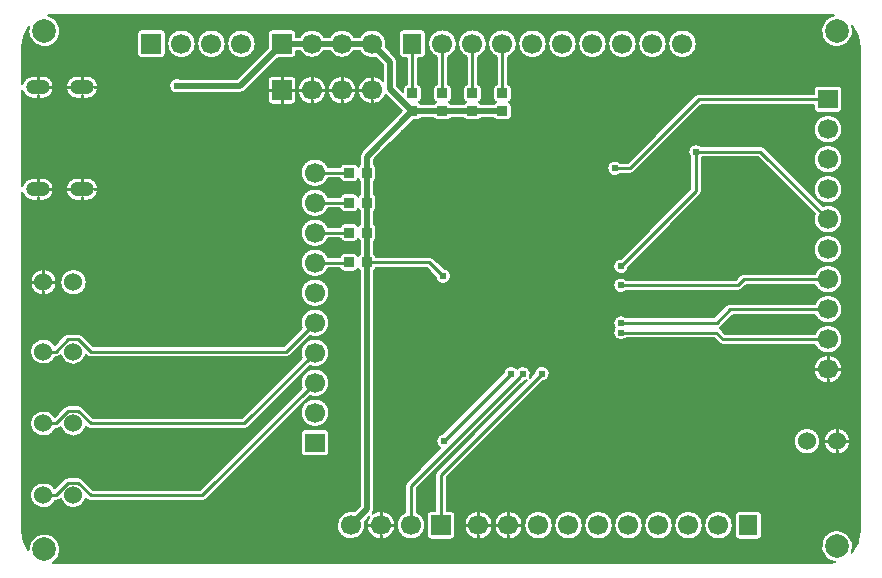
<source format=gbl>
G04 Layer: BottomLayer*
G04 EasyEDA Pro v2.2.27.1, 2024-09-16 12:01:29*
G04 Gerber Generator version 0.3*
G04 Scale: 100 percent, Rotated: No, Reflected: No*
G04 Dimensions in millimeters*
G04 Leading zeros omitted, absolute positions, 3 integers and 5 decimals*
%FSLAX35Y35*%
%MOMM*%
%ADD10C,0.2032*%
%ADD11C,0.254*%
%ADD12C,1.7*%
%ADD13R,1.7X1.5748*%
%ADD14R,1.5748X1.7*%
%ADD15R,1.7X1.5748*%
%ADD16R,1.5748X1.7*%
%ADD17R,1.7070X1.7*%
%ADD18R,1.7X1.7*%
%ADD19O,2.0X1.25001*%
%ADD20R,1.7X1.7*%
%ADD21R,0.80648X0.86401*%
%ADD22R,0.86401X0.80648*%
%ADD23C,1.524*%
%ADD24C,0.61*%
%ADD25C,2.0*%
%ADD26C,0.5*%
G75*


G04 Copper Start*
G36*
G01X54864Y-1488342D02*
G01X54864Y-683358D01*
G03X148645Y-752161I93781J29512D01*
G01X223643Y-752161D01*
G03X223643Y-555532I0J98315D01*
G01X148645Y-555532D01*
G03X54864Y-624335I0J-98315D01*
G01X54864Y-306349D01*
G02X112231Y-141972I264185J0D01*
G03X312709Y-295789I130569J-37377D01*
G03X271189Y-46535I-69909J116440D01*
G02X319049Y-42164I47861J-259814D01*
G01X6881851Y-42164D01*
G02X6927123Y-46072I0J-264185D01*
G03X6886693Y-297737I26127J-133277D01*
G03X7080695Y-132410I66557J118387D01*
G02X7146036Y-306349I-198844J-173940D01*
G01X7146036Y-4418051D01*
G02X7077075Y-4596044I-264185J0D01*
G03X6884734Y-4422985I-123825J55794D01*
G03X6941059Y-4675516I68516J-117265D01*
G02X6881851Y-4682236I-59208J257465D01*
G01X319049Y-4682236D01*
G02X315056Y-4682206I0J264185D01*
G03X304619Y-4446279I-72256J114998D01*
G03X107270Y-4575985I-61819J-120929D01*
G02X54864Y-4418051I211779J157935D01*
G01X54864Y-1547365D01*
G03X148645Y-1616168I93781J29512D01*
G01X223643Y-1616168D01*
G03X223643Y-1419539I0J98315D01*
G01X148645Y-1419539D01*
G03X54864Y-1488342I0J-98315D01*
G37*
%LPC*%
G36*
G01X654805Y-2844250D02*
G01X564914Y-2754360D01*
G03X530609Y-2740150I-34305J-34305D01*
G01X444370Y-2740150D01*
G03X410065Y-2754360I0J-48514D01*
G01X329447Y-2834978D01*
G03X121599Y-2898033I-95958J-57787D01*
G03X334453Y-2941278I111890J5269D01*
G01X340270Y-2941278D01*
G03X374574Y-2927069I0J48514D01*
G01X379419Y-2922224D01*
G03X487490Y-3004778I108071J29460D01*
G03X595560Y-2922224I0J112014D01*
G01X600405Y-2927069D01*
G03X634709Y-2941278I34305J34305D01*
G01X2288836Y-2941278D01*
G03X2323140Y-2927069I0J48514D01*
G01X2489717Y-2760493D01*
G03X2619078Y-2562522I43933J112543D01*
G03X2421107Y-2691883I-85428J-85428D01*
G01X2268740Y-2844250D01*
G01X654805Y-2844250D01*
G37*
G36*
G01X1561055Y-4059936D02*
G01X654805Y-4059936D01*
G01X564914Y-3970045D01*
G03X530609Y-3955836I-34305J-34305D01*
G01X444370Y-3955836D01*
G03X410065Y-3970045I0J-48514D01*
G01X329447Y-4050663D01*
G03X121599Y-4113719I-95958J-57787D01*
G03X334453Y-4156964I111890J5269D01*
G01X340270Y-4156964D01*
G03X374574Y-4142755I0J48514D01*
G01X379419Y-4137910D01*
G03X487490Y-4220464I108071J29460D01*
G03X595560Y-4137910I0J112014D01*
G01X600405Y-4142755D01*
G03X634709Y-4156964I34305J34305D01*
G01X1581150Y-4156964D01*
G03X1615455Y-4142755I0J48514D01*
G01X2489717Y-3268493D01*
G03X2619078Y-3070522I43933J112543D01*
G03X2421107Y-3199883I-85428J-85428D01*
G01X1561055Y-4059936D01*
G37*
G36*
G01X654805Y-3452093D02*
G01X564914Y-3362202D01*
G03X530609Y-3347993I-34305J-34305D01*
G01X444370Y-3347993D01*
G03X410065Y-3362202I0J-48514D01*
G01X329447Y-3442821D01*
G03X121599Y-3505876I-95958J-57787D01*
G03X334453Y-3549121I111890J5269D01*
G01X340270Y-3549121D01*
G03X374574Y-3534912I0J48514D01*
G01X379419Y-3530067D01*
G03X487490Y-3612621I108071J29460D01*
G03X595560Y-3530067I0J112014D01*
G01X600405Y-3534912D01*
G03X634709Y-3549121I34305J34305D01*
G01X1934993Y-3549121D01*
G03X1969297Y-3534912I0J48514D01*
G01X2489717Y-3014493D01*
G03X2619078Y-2816522I43933J112543D01*
G03X2421107Y-2945883I-85428J-85428D01*
G01X1914898Y-3452093D01*
G01X654805Y-3452093D01*
G37*
G36*
G01X346964Y-2305050D02*
G03X122936Y-2305050I-112014J0D01*
G03X346964Y-2305050I112014J0D01*
G37*
G36*
G01X600964Y-2305050D02*
G03X376936Y-2305050I-112014J0D01*
G03X600964Y-2305050I112014J0D01*
G37*
G36*
G01X598649Y-555532D02*
G01X523650Y-555532D01*
G03X523650Y-752161I0J-98315D01*
G01X598649Y-752161D01*
G03X598649Y-555532I0J98315D01*
G37*
G36*
G01X598649Y-1419539D02*
G01X523650Y-1419539D01*
G03X523650Y-1616168I0J-98315D01*
G01X598649Y-1616168D01*
G03X598649Y-1419539I0J98315D01*
G37*
G36*
G01X1234350Y-406564D02*
G03X1270164Y-370750I0J35814D01*
G01X1270164Y-200750D01*
G03X1234350Y-164936I-35814J0D01*
G01X1064350Y-164936D01*
G03X1028536Y-200750I0J-35814D01*
G01X1028536Y-370750D01*
G03X1064350Y-406564I35814J0D01*
G01X1234350Y-406564D01*
G37*
G36*
G01X1282536Y-285750D02*
G03X1524164Y-285750I120814J0D01*
G03X1282536Y-285750I-120814J0D01*
G37*
G36*
G01X2912640Y-4202256D02*
G01X2869264Y-4245632D01*
G03X2753022Y-4447878I-30814J-116818D01*
G03X2955268Y-4331636I85428J85428D01*
G01X2992885Y-4294019D01*
G03X3178913Y-4446830I99565J-68431D01*
G03X3021612Y-4264583I-86463J84380D01*
G03X3034267Y-4227446I-48158J37137D01*
G01X3034267Y-2208759D01*
G03X3049195Y-2184700I-20490J29373D01*
G01X3481493Y-2184700D01*
G01X3553380Y-2256586D01*
G03X3666544Y-2301141I66273J2336D01*
G03X3621989Y-2187977I-46891J46891D01*
G01X3535893Y-2101881D01*
G03X3501588Y-2087672I-34305J-34305D01*
G01X3049195Y-2087672D01*
G03X3035995Y-2064896I-35418J-5314D01*
G01X3035995Y-1956365D01*
G03X3051319Y-1926992I-20490J29373D01*
G01X3051319Y-1840591D01*
G03X3035995Y-1811218I-35814J0D01*
G01X3035995Y-1703972D01*
G03X3051319Y-1674598I-20490J29373D01*
G01X3051319Y-1588198D01*
G03X3035995Y-1558824I-35814J0D01*
G01X3035995Y-1451578D01*
G03X3051319Y-1422204I-20490J29373D01*
G01X3051319Y-1335804D01*
G03X3035995Y-1306430I-35814J0D01*
G01X3035995Y-1265546D01*
G01X3369016Y-932524D01*
G01X3402350Y-932524D01*
G03X3431724Y-917200I0J35814D01*
G01X3540576Y-917200D01*
G03X3569950Y-932524I29373J20490D01*
G01X3656350Y-932524D01*
G03X3685724Y-917200I0J35814D01*
G01X3794576Y-917200D01*
G03X3823950Y-932524I29373J20490D01*
G01X3910350Y-932524D01*
G03X3939724Y-917200I0J35814D01*
G01X4048576Y-917200D01*
G03X4077950Y-932524I29373J20490D01*
G01X4164350Y-932524D01*
G03X4200164Y-896710I0J35814D01*
G01X4200164Y-816063D01*
G03X4171884Y-781050I-35814J0D01*
G03X4200164Y-746037I-7534J35013D01*
G01X4200164Y-665390D01*
G03X4169664Y-629972I-35814J0D01*
G01X4169664Y-396395D01*
G03X4121150Y-164936I-48514J110645D01*
G03X4072636Y-396395I0J-120814D01*
G01X4072636Y-629972D01*
G03X4042136Y-665390I5314J-35418D01*
G01X4042136Y-746037D01*
G03X4070416Y-781050I35814J0D01*
G03X4048576Y-795572I7534J-35013D01*
G01X3939724Y-795572D01*
G03X3917884Y-781050I-29373J-20490D01*
G03X3946164Y-746037I-7534J35013D01*
G01X3946164Y-665390D01*
G03X3915664Y-629972I-35814J0D01*
G01X3915664Y-396395D01*
G03X3867150Y-164936I-48514J110645D01*
G03X3818636Y-396395I0J-120814D01*
G01X3818636Y-629972D01*
G03X3788136Y-665390I5314J-35418D01*
G01X3788136Y-746037D01*
G03X3816416Y-781050I35814J0D01*
G03X3794576Y-795572I7534J-35013D01*
G01X3685724Y-795572D01*
G03X3663884Y-781050I-29373J-20490D01*
G03X3692164Y-746037I-7534J35013D01*
G01X3692164Y-665390D01*
G03X3661664Y-629972I-35814J0D01*
G01X3661664Y-396395D01*
G03X3613150Y-164936I-48514J110645D01*
G03X3564636Y-396395I0J-120814D01*
G01X3564636Y-629972D01*
G03X3534136Y-665390I5314J-35418D01*
G01X3534136Y-746037D01*
G03X3562416Y-781050I35814J0D01*
G03X3540576Y-795572I7534J-35013D01*
G01X3431724Y-795572D01*
G03X3409884Y-781050I-29373J-20490D01*
G03X3438164Y-746037I-7534J35013D01*
G01X3438164Y-665390D01*
G03X3407664Y-629972I-35814J0D01*
G01X3407664Y-406564D01*
G01X3437890Y-406564D01*
G03X3473704Y-370750I0J35814D01*
G01X3473704Y-200750D01*
G03X3437890Y-164936I-35814J0D01*
G01X3280410Y-164936D01*
G03X3244596Y-200750I0J-35814D01*
G01X3244596Y-370750D01*
G03X3280410Y-406564I35814J0D01*
G01X3310636Y-406564D01*
G01X3310636Y-629972D01*
G03X3280136Y-665390I5314J-35418D01*
G01X3280136Y-691368D01*
G01X3229464Y-640696D01*
G01X3229464Y-437650D01*
G03X3211652Y-394648I-60814J0D01*
G01X3133568Y-316564D01*
G03X3062984Y-174133I-116818J30814D01*
G03X2912359Y-224936I-46233J-111617D01*
G01X2867142Y-224936D01*
G03X2658359Y-224936I-104392J-60814D01*
G01X2613142Y-224936D01*
G03X2404359Y-224936I-104392J-60814D01*
G01X2375564Y-224936D01*
G01X2375564Y-200750D01*
G03X2339750Y-164936I-35814J0D01*
G01X2169751Y-164936D01*
G03X2133937Y-200750I0J-35814D01*
G01X2133937Y-320560D01*
G01X1873960Y-580536D01*
G01X1391693Y-580536D01*
G03X1298936Y-641350I-26443J-60814D01*
G03X1391693Y-702164I66314J0D01*
G01X1899150Y-702164D01*
G03X1942152Y-684352I0J60814D01*
G01X2219940Y-406564D01*
G01X2339750Y-406564D01*
G03X2375564Y-370750I0J35814D01*
G01X2375564Y-346564D01*
G01X2404359Y-346564D01*
G03X2613142Y-346564I104392J60814D01*
G01X2658359Y-346564D01*
G03X2867142Y-346564I104392J60814D01*
G01X2912359Y-346564D01*
G03X3047565Y-402568I104392J60814D01*
G01X3107836Y-462840D01*
G01X3107836Y-600081D01*
G03X2898529Y-704344I-91086J-79369D01*
G03X3132108Y-715348I118221J24894D01*
G01X3273146Y-856386D01*
G01X2932179Y-1197354D01*
G03X2914367Y-1240356I43002J-43002D01*
G01X2914367Y-1306430D01*
G03X2899844Y-1328270I20490J-29373D01*
G03X2864832Y-1299990I-35013J-7534D01*
G01X2784184Y-1299990D01*
G03X2748941Y-1329436I0J-35814D01*
G01X2644295Y-1329436D01*
G03X2412836Y-1377950I-110645J-48514D01*
G03X2644295Y-1426464I120814J0D01*
G01X2748624Y-1426464D01*
G03X2784184Y-1458018I35560J4260D01*
G01X2864832Y-1458018D01*
G03X2899844Y-1429738I0J35814D01*
G03X2914367Y-1451578I35013J7534D01*
G01X2914367Y-1558824D01*
G03X2899844Y-1580664I20490J-29373D01*
G03X2864832Y-1552384I-35013J-7534D01*
G01X2784184Y-1552384D01*
G03X2748688Y-1583436I0J-35814D01*
G01X2644295Y-1583436D01*
G03X2412836Y-1631950I-110645J-48514D01*
G03X2644295Y-1680464I120814J0D01*
G01X2748854Y-1680464D01*
G03X2784184Y-1710412I35330J5866D01*
G01X2864832Y-1710412D01*
G03X2899844Y-1682132I0J35814D01*
G03X2914367Y-1703972I35013J7534D01*
G01X2914367Y-1811218D01*
G03X2899844Y-1833058I20490J-29373D01*
G03X2864832Y-1804777I-35013J-7534D01*
G01X2784184Y-1804777D01*
G03X2748509Y-1837436I0J-35814D01*
G01X2644295Y-1837436D01*
G03X2412836Y-1885950I-110645J-48514D01*
G03X2644295Y-1934464I120814J0D01*
G01X2749158Y-1934464D01*
G03X2784184Y-1962806I35026J7472D01*
G01X2864832Y-1962806D01*
G03X2899844Y-1934526I0J35814D01*
G03X2914367Y-1956365I35013J7534D01*
G01X2914367Y-2062480D01*
G03X2898117Y-2085452I18763J-30506D01*
G03X2863105Y-2057171I-35013J-7534D01*
G01X2782457Y-2057171D01*
G03X2746677Y-2091436I0J-35814D01*
G01X2644295Y-2091436D01*
G03X2412836Y-2139950I-110645J-48514D01*
G03X2644295Y-2188464I120814J0D01*
G01X2747813Y-2188464D01*
G03X2782457Y-2215200I34644J9078D01*
G01X2863105Y-2215200D01*
G03X2898117Y-2186920I0J35814D01*
G03X2912640Y-2208759I35013J7534D01*
G01X2912640Y-4202256D01*
G37*
G36*
G01X1536536Y-285750D02*
G03X1778164Y-285750I120814J0D01*
G03X1536536Y-285750I-120814J0D01*
G37*
G36*
G01X1790536Y-285750D02*
G03X2032164Y-285750I120814J0D01*
G03X1790536Y-285750I-120814J0D01*
G37*
G36*
G01X2339750Y-800264D02*
G03X2375564Y-764450I0J35814D01*
G01X2375564Y-594450D01*
G03X2339750Y-558636I-35814J0D01*
G01X2169751Y-558636D01*
G03X2133937Y-594450I0J-35814D01*
G01X2133937Y-764450D01*
G03X2169751Y-800264I35814J0D01*
G01X2339750Y-800264D01*
G37*
G36*
G01X2387937Y-679450D02*
G03X2629564Y-679450I120814J0D01*
G03X2387937Y-679450I-120814J0D01*
G37*
G36*
G01X2533650Y-2514764D02*
G03X2533650Y-2273136I0J120814D01*
G03X2533650Y-2514764I0J-120814D01*
G37*
G36*
G01X2533650Y-3530764D02*
G03X2533650Y-3289136I0J120814D01*
G03X2533650Y-3530764I0J-120814D01*
G37*
G36*
G01X2654464Y-3585210D02*
G03X2618650Y-3549396I-35814J0D01*
G01X2448650Y-3549396D01*
G03X2412836Y-3585210I0J-35814D01*
G01X2412836Y-3742690D01*
G03X2448650Y-3778504I35814J0D01*
G01X2618650Y-3778504D01*
G03X2654464Y-3742690I0J35814D01*
G01X2654464Y-3585210D01*
G37*
G36*
G01X2641937Y-679450D02*
G03X2883564Y-679450I120814J0D01*
G03X2641937Y-679450I-120814J0D01*
G37*
G36*
G01X4273650Y-3172455D02*
G01X4300237Y-3145868D01*
G03X4330367Y-3135934I-5097J66118D01*
G01X3566145Y-3900155D01*
G03X3551936Y-3934460I34305J-34305D01*
G01X3551936Y-4241636D01*
G01X3515450Y-4241636D01*
G03X3479636Y-4277450I0J-35814D01*
G01X3479636Y-4447450D01*
G03X3515450Y-4483264I35814J0D01*
G01X3685450Y-4483264D01*
G03X3721264Y-4447450I0J35814D01*
G01X3721264Y-4277450D01*
G03X3685450Y-4241636I-35814J0D01*
G01X3648964Y-4241636D01*
G01X3648964Y-3954555D01*
G01X4457496Y-3146023D01*
G03X4502051Y-3032859I-2336J66273D01*
G03X4388887Y-3077414I-46891J-46891D01*
G01X4351324Y-3114977D01*
G03X4334161Y-3026132I-56184J35227D01*
G03X4244343Y-3037121I-39021J-53618D01*
G03X4171965Y-3017046I-50797J-42629D01*
G03X4127273Y-3077414I21581J-62704D01*
G01X3619440Y-3585246D01*
G03X3560681Y-3638981I6410J-66004D01*
G03X3595877Y-3710404I65169J-12269D01*
G01X3312145Y-3994135D01*
G03X3297936Y-4028440I34305J-34305D01*
G01X3297936Y-4251805D01*
G03X3346450Y-4483264I48514J-110645D01*
G03X3394964Y-4251805I0J120814D01*
G01X3394964Y-4048535D01*
G01X4262983Y-3180516D01*
G03X4273650Y-3172455I-23637J42366D01*
G37*
G36*
G01X4038764Y-4362450D02*
G03X3797136Y-4362450I-120814J0D01*
G03X4038764Y-4362450I120814J0D01*
G37*
G36*
G01X4292764Y-4362450D02*
G03X4051136Y-4362450I-120814J0D01*
G03X4292764Y-4362450I120814J0D01*
G37*
G36*
G01X4254336Y-285750D02*
G03X4495964Y-285750I120814J0D01*
G03X4254336Y-285750I-120814J0D01*
G37*
G36*
G01X4546764Y-4362450D02*
G03X4305136Y-4362450I-120814J0D01*
G03X4546764Y-4362450I120814J0D01*
G37*
G36*
G01X4508336Y-285750D02*
G03X4749964Y-285750I120814J0D01*
G03X4508336Y-285750I-120814J0D01*
G37*
G36*
G01X4800764Y-4362450D02*
G03X4559136Y-4362450I-120814J0D01*
G03X4800764Y-4362450I120814J0D01*
G37*
G36*
G01X4762336Y-285750D02*
G03X5003964Y-285750I120814J0D01*
G03X4762336Y-285750I-120814J0D01*
G37*
G36*
G01X5054764Y-4362450D02*
G03X4813136Y-4362450I-120814J0D01*
G03X5054764Y-4362450I120814J0D01*
G37*
G36*
G01X5118860Y-1291336D02*
G03X5007336Y-1339850I-45210J-48514D01*
G03X5118860Y-1388364I66314J0D01*
G01X5200650Y-1388364D01*
G03X5234955Y-1374155I0J48514D01*
G01X5804945Y-804164D01*
G01X6756236Y-804164D01*
G01X6756236Y-834390D01*
G03X6792050Y-870204I35814J0D01*
G01X6962050Y-870204D01*
G03X6997864Y-834390I0J35814D01*
G01X6997864Y-676910D01*
G03X6962050Y-641096I-35814J0D01*
G01X6792050Y-641096D01*
G03X6756236Y-676910I0J-35814D01*
G01X6756236Y-707136D01*
G01X5784850Y-707136D01*
G03X5750545Y-721345I0J-48514D01*
G01X5180555Y-1291336D01*
G01X5118860Y-1291336D01*
G37*
G36*
G01X5016336Y-285750D02*
G03X5257964Y-285750I120814J0D01*
G03X5016336Y-285750I-120814J0D01*
G37*
G36*
G01X5058136Y-2330450D02*
G03X5169660Y-2378964I66314J0D01*
G01X6115050Y-2378964D01*
G03X6149355Y-2364755I0J48514D01*
G01X6185945Y-2328164D01*
G01X6766405Y-2328164D01*
G03X6997864Y-2279650I110645J48514D01*
G03X6766405Y-2231136I-120814J0D01*
G01X6165850Y-2231136D01*
G03X6131545Y-2245345I0J-48514D01*
G01X6094955Y-2281936D01*
G01X5169660Y-2281936D01*
G03X5058136Y-2330450I-45210J-48514D01*
G37*
G36*
G01X5710936Y-1515360D02*
G01X5122114Y-2104183D01*
G03X5077559Y-2217347I2336J-66273D01*
G03X5190723Y-2172792I46891J46891D01*
G01X5793755Y-1569760D01*
G03X5807964Y-1535455I-34305J34305D01*
G01X5807964Y-1248664D01*
G01X6285455Y-1248664D01*
G01X6764507Y-1727717D01*
G03X6962478Y-1857078I112543J-43933D01*
G03X6833117Y-1659107I-85428J85428D01*
G01X6339855Y-1165845D01*
G03X6305550Y-1151636I-34305J-34305D01*
G01X5804660Y-1151636D01*
G03X5712559Y-1153259I-45210J-48514D01*
G03X5710936Y-1245360I46891J-46891D01*
G01X5710936Y-1515360D01*
G37*
G36*
G01X5080024Y-2601206D02*
G03X5071562Y-2690444I44426J-49233D01*
G03X5080024Y-2779682I52888J-40005D01*
G03X5169660Y-2778963I44426J49233D01*
G01X5910754Y-2778963D01*
G01X5953745Y-2821955D01*
G03X5988050Y-2836164I34305J34305D01*
G01X6766405Y-2836164D01*
G03X6997864Y-2787650I110645J48514D01*
G03X6766405Y-2739136I-120814J0D01*
G01X6008145Y-2739136D01*
G01X5965154Y-2696145D01*
G03X5960147Y-2691781I-34305J-34305D01*
G03X5969065Y-2684744I-25386J41342D01*
G01X6071645Y-2582164D01*
G01X6766405Y-2582164D01*
G03X6997864Y-2533650I110645J48514D01*
G03X6766405Y-2485136I-120814J0D01*
G01X6051550Y-2485136D01*
G03X6017245Y-2499345I0J-48514D01*
G01X5914666Y-2601925D01*
G01X5169660Y-2601925D01*
G03X5080024Y-2601206I-45210J-48514D01*
G37*
G36*
G01X5308764Y-4362450D02*
G03X5067136Y-4362450I-120814J0D01*
G03X5308764Y-4362450I120814J0D01*
G37*
G36*
G01X5270336Y-285750D02*
G03X5511964Y-285750I120814J0D01*
G03X5270336Y-285750I-120814J0D01*
G37*
G36*
G01X5562764Y-4362450D02*
G03X5321136Y-4362450I-120814J0D01*
G03X5562764Y-4362450I120814J0D01*
G37*
G36*
G01X5524336Y-285750D02*
G03X5765964Y-285750I120814J0D01*
G03X5524336Y-285750I-120814J0D01*
G37*
G36*
G01X5816764Y-4362450D02*
G03X5575136Y-4362450I-120814J0D01*
G03X5816764Y-4362450I120814J0D01*
G37*
G36*
G01X6070764Y-4362450D02*
G03X5829136Y-4362450I-120814J0D01*
G03X6070764Y-4362450I120814J0D01*
G37*
G36*
G01X6125210Y-4241636D02*
G03X6089396Y-4277450I0J-35814D01*
G01X6089396Y-4447450D01*
G03X6125210Y-4483264I35814J0D01*
G01X6282690Y-4483264D01*
G03X6318504Y-4447450I0J35814D01*
G01X6318504Y-4277450D01*
G03X6282690Y-4241636I-35814J0D01*
G01X6125210Y-4241636D01*
G37*
G36*
G01X6587236Y-3651250D02*
G03X6811264Y-3651250I112014J0D01*
G03X6587236Y-3651250I-112014J0D01*
G37*
G36*
G01X6877050Y-888836D02*
G03X6877050Y-1130464I0J-120814D01*
G03X6877050Y-888836I0J120814D01*
G37*
G36*
G01X6877050Y-1396836D02*
G03X6877050Y-1638464I0J-120814D01*
G03X6877050Y-1396836I0J120814D01*
G37*
G36*
G01X6877050Y-1142836D02*
G03X6877050Y-1384464I0J-120814D01*
G03X6877050Y-1142836I0J120814D01*
G37*
G36*
G01X6877050Y-2920836D02*
G03X6877050Y-3162464I0J-120814D01*
G03X6877050Y-2920836I0J120814D01*
G37*
G36*
G01X6877050Y-1904836D02*
G03X6877050Y-2146464I0J-120814D01*
G03X6877050Y-1904836I0J120814D01*
G37*
G36*
G01X6841236Y-3651250D02*
G03X7065264Y-3651250I112014J0D01*
G03X6841236Y-3651250I-112014J0D01*
G37*
%LPD*%
G54D10*
G01X54864Y-1488342D02*
G01X54864Y-683358D01*
G03X148645Y-752161I93781J29512D01*
G01X223643Y-752161D01*
G03X223643Y-555532I0J98315D01*
G01X148645Y-555532D01*
G03X54864Y-624335I0J-98315D01*
G01X54864Y-306349D01*
G02X112231Y-141972I264185J0D01*
G03X312709Y-295789I130569J-37377D01*
G03X271189Y-46535I-69909J116440D01*
G02X319049Y-42164I47861J-259814D01*
G01X6881851Y-42164D01*
G02X6927123Y-46072I0J-264185D01*
G03X6886693Y-297737I26127J-133277D01*
G03X7080695Y-132410I66557J118387D01*
G02X7146036Y-306349I-198844J-173940D01*
G01X7146036Y-4418051D01*
G02X7077075Y-4596044I-264185J0D01*
G03X6884734Y-4422985I-123825J55794D01*
G03X6941059Y-4675516I68516J-117265D01*
G02X6881851Y-4682236I-59208J257465D01*
G01X319049Y-4682236D01*
G02X315056Y-4682206I0J264185D01*
G03X304619Y-4446279I-72256J114998D01*
G03X107270Y-4575985I-61819J-120929D01*
G02X54864Y-4418051I211779J157935D01*
G01X54864Y-1547365D01*
G03X148645Y-1616168I93781J29512D01*
G01X223643Y-1616168D01*
G03X223643Y-1419539I0J98315D01*
G01X148645Y-1419539D01*
G03X54864Y-1488342I0J-98315D01*
G01X654805Y-2844250D02*
G01X564914Y-2754360D01*
G03X530609Y-2740150I-34305J-34305D01*
G01X444370Y-2740150D01*
G03X410065Y-2754360I0J-48514D01*
G01X329447Y-2834978D01*
G03X121599Y-2898033I-95958J-57787D01*
G03X334453Y-2941278I111890J5269D01*
G01X340270Y-2941278D01*
G03X374574Y-2927069I0J48514D01*
G01X379419Y-2922224D01*
G03X487490Y-3004778I108071J29460D01*
G03X595560Y-2922224I0J112014D01*
G01X600405Y-2927069D01*
G03X634709Y-2941278I34305J34305D01*
G01X2288836Y-2941278D01*
G03X2323140Y-2927069I0J48514D01*
G01X2489717Y-2760493D01*
G03X2619078Y-2562522I43933J112543D01*
G03X2421107Y-2691883I-85428J-85428D01*
G01X2268740Y-2844250D01*
G01X654805Y-2844250D01*
G01X1561055Y-4059936D02*
G01X654805Y-4059936D01*
G01X564914Y-3970045D01*
G03X530609Y-3955836I-34305J-34305D01*
G01X444370Y-3955836D01*
G03X410065Y-3970045I0J-48514D01*
G01X329447Y-4050663D01*
G03X121599Y-4113719I-95958J-57787D01*
G03X334453Y-4156964I111890J5269D01*
G01X340270Y-4156964D01*
G03X374574Y-4142755I0J48514D01*
G01X379419Y-4137910D01*
G03X487490Y-4220464I108071J29460D01*
G03X595560Y-4137910I0J112014D01*
G01X600405Y-4142755D01*
G03X634709Y-4156964I34305J34305D01*
G01X1581150Y-4156964D01*
G03X1615455Y-4142755I0J48514D01*
G01X2489717Y-3268493D01*
G03X2619078Y-3070522I43933J112543D01*
G03X2421107Y-3199883I-85428J-85428D01*
G01X1561055Y-4059936D01*
G01X654805Y-3452093D02*
G01X564914Y-3362202D01*
G03X530609Y-3347993I-34305J-34305D01*
G01X444370Y-3347993D01*
G03X410065Y-3362202I0J-48514D01*
G01X329447Y-3442821D01*
G03X121599Y-3505876I-95958J-57787D01*
G03X334453Y-3549121I111890J5269D01*
G01X340270Y-3549121D01*
G03X374574Y-3534912I0J48514D01*
G01X379419Y-3530067D01*
G03X487490Y-3612621I108071J29460D01*
G03X595560Y-3530067I0J112014D01*
G01X600405Y-3534912D01*
G03X634709Y-3549121I34305J34305D01*
G01X1934993Y-3549121D01*
G03X1969297Y-3534912I0J48514D01*
G01X2489717Y-3014493D01*
G03X2619078Y-2816522I43933J112543D01*
G03X2421107Y-2945883I-85428J-85428D01*
G01X1914898Y-3452093D01*
G01X654805Y-3452093D01*
G01X346964Y-2305050D02*
G03X122936Y-2305050I-112014J0D01*
G03X346964Y-2305050I112014J0D01*
G01X600964Y-2305050D02*
G03X376936Y-2305050I-112014J0D01*
G03X600964Y-2305050I112014J0D01*
G01X598649Y-555532D02*
G01X523650Y-555532D01*
G03X523650Y-752161I0J-98315D01*
G01X598649Y-752161D01*
G03X598649Y-555532I0J98315D01*
G01X598649Y-1419539D02*
G01X523650Y-1419539D01*
G03X523650Y-1616168I0J-98315D01*
G01X598649Y-1616168D01*
G03X598649Y-1419539I0J98315D01*
G01X1234350Y-406564D02*
G03X1270164Y-370750I0J35814D01*
G01X1270164Y-200750D01*
G03X1234350Y-164936I-35814J0D01*
G01X1064350Y-164936D01*
G03X1028536Y-200750I0J-35814D01*
G01X1028536Y-370750D01*
G03X1064350Y-406564I35814J0D01*
G01X1234350Y-406564D01*
G01X1282536Y-285750D02*
G03X1524164Y-285750I120814J0D01*
G03X1282536Y-285750I-120814J0D01*
G01X2912640Y-4202256D02*
G01X2869264Y-4245632D01*
G03X2753022Y-4447878I-30814J-116818D01*
G03X2955268Y-4331636I85428J85428D01*
G01X2992885Y-4294019D01*
G03X3178913Y-4446830I99565J-68431D01*
G03X3021612Y-4264583I-86463J84380D01*
G03X3034267Y-4227446I-48158J37137D01*
G01X3034267Y-2208759D01*
G03X3049195Y-2184700I-20490J29373D01*
G01X3481493Y-2184700D01*
G01X3553380Y-2256586D01*
G03X3666544Y-2301141I66273J2336D01*
G03X3621989Y-2187977I-46891J46891D01*
G01X3535893Y-2101881D01*
G03X3501588Y-2087672I-34305J-34305D01*
G01X3049195Y-2087672D01*
G03X3035995Y-2064896I-35418J-5314D01*
G01X3035995Y-1956365D01*
G03X3051319Y-1926992I-20490J29373D01*
G01X3051319Y-1840591D01*
G03X3035995Y-1811218I-35814J0D01*
G01X3035995Y-1703972D01*
G03X3051319Y-1674598I-20490J29373D01*
G01X3051319Y-1588198D01*
G03X3035995Y-1558824I-35814J0D01*
G01X3035995Y-1451578D01*
G03X3051319Y-1422204I-20490J29373D01*
G01X3051319Y-1335804D01*
G03X3035995Y-1306430I-35814J0D01*
G01X3035995Y-1265546D01*
G01X3369016Y-932524D01*
G01X3402350Y-932524D01*
G03X3431724Y-917200I0J35814D01*
G01X3540576Y-917200D01*
G03X3569950Y-932524I29373J20490D01*
G01X3656350Y-932524D01*
G03X3685724Y-917200I0J35814D01*
G01X3794576Y-917200D01*
G03X3823950Y-932524I29373J20490D01*
G01X3910350Y-932524D01*
G03X3939724Y-917200I0J35814D01*
G01X4048576Y-917200D01*
G03X4077950Y-932524I29373J20490D01*
G01X4164350Y-932524D01*
G03X4200164Y-896710I0J35814D01*
G01X4200164Y-816063D01*
G03X4171884Y-781050I-35814J0D01*
G03X4200164Y-746037I-7534J35013D01*
G01X4200164Y-665390D01*
G03X4169664Y-629972I-35814J0D01*
G01X4169664Y-396395D01*
G03X4121150Y-164936I-48514J110645D01*
G03X4072636Y-396395I0J-120814D01*
G01X4072636Y-629972D01*
G03X4042136Y-665390I5314J-35418D01*
G01X4042136Y-746037D01*
G03X4070416Y-781050I35814J0D01*
G03X4048576Y-795572I7534J-35013D01*
G01X3939724Y-795572D01*
G03X3917884Y-781050I-29373J-20490D01*
G03X3946164Y-746037I-7534J35013D01*
G01X3946164Y-665390D01*
G03X3915664Y-629972I-35814J0D01*
G01X3915664Y-396395D01*
G03X3867150Y-164936I-48514J110645D01*
G03X3818636Y-396395I0J-120814D01*
G01X3818636Y-629972D01*
G03X3788136Y-665390I5314J-35418D01*
G01X3788136Y-746037D01*
G03X3816416Y-781050I35814J0D01*
G03X3794576Y-795572I7534J-35013D01*
G01X3685724Y-795572D01*
G03X3663884Y-781050I-29373J-20490D01*
G03X3692164Y-746037I-7534J35013D01*
G01X3692164Y-665390D01*
G03X3661664Y-629972I-35814J0D01*
G01X3661664Y-396395D01*
G03X3613150Y-164936I-48514J110645D01*
G03X3564636Y-396395I0J-120814D01*
G01X3564636Y-629972D01*
G03X3534136Y-665390I5314J-35418D01*
G01X3534136Y-746037D01*
G03X3562416Y-781050I35814J0D01*
G03X3540576Y-795572I7534J-35013D01*
G01X3431724Y-795572D01*
G03X3409884Y-781050I-29373J-20490D01*
G03X3438164Y-746037I-7534J35013D01*
G01X3438164Y-665390D01*
G03X3407664Y-629972I-35814J0D01*
G01X3407664Y-406564D01*
G01X3437890Y-406564D01*
G03X3473704Y-370750I0J35814D01*
G01X3473704Y-200750D01*
G03X3437890Y-164936I-35814J0D01*
G01X3280410Y-164936D01*
G03X3244596Y-200750I0J-35814D01*
G01X3244596Y-370750D01*
G03X3280410Y-406564I35814J0D01*
G01X3310636Y-406564D01*
G01X3310636Y-629972D01*
G03X3280136Y-665390I5314J-35418D01*
G01X3280136Y-691368D01*
G01X3229464Y-640696D01*
G01X3229464Y-437650D01*
G03X3211652Y-394648I-60814J0D01*
G01X3133568Y-316564D01*
G03X3062984Y-174133I-116818J30814D01*
G03X2912359Y-224936I-46233J-111617D01*
G01X2867142Y-224936D01*
G03X2658359Y-224936I-104392J-60814D01*
G01X2613142Y-224936D01*
G03X2404359Y-224936I-104392J-60814D01*
G01X2375564Y-224936D01*
G01X2375564Y-200750D01*
G03X2339750Y-164936I-35814J0D01*
G01X2169751Y-164936D01*
G03X2133937Y-200750I0J-35814D01*
G01X2133937Y-320560D01*
G01X1873960Y-580536D01*
G01X1391693Y-580536D01*
G03X1298936Y-641350I-26443J-60814D01*
G03X1391693Y-702164I66314J0D01*
G01X1899150Y-702164D01*
G03X1942152Y-684352I0J60814D01*
G01X2219940Y-406564D01*
G01X2339750Y-406564D01*
G03X2375564Y-370750I0J35814D01*
G01X2375564Y-346564D01*
G01X2404359Y-346564D01*
G03X2613142Y-346564I104392J60814D01*
G01X2658359Y-346564D01*
G03X2867142Y-346564I104392J60814D01*
G01X2912359Y-346564D01*
G03X3047565Y-402568I104392J60814D01*
G01X3107836Y-462840D01*
G01X3107836Y-600081D01*
G03X2898529Y-704344I-91086J-79369D01*
G03X3132108Y-715348I118221J24894D01*
G01X3273146Y-856386D01*
G01X2932179Y-1197354D01*
G03X2914367Y-1240356I43002J-43002D01*
G01X2914367Y-1306430D01*
G03X2899844Y-1328270I20490J-29373D01*
G03X2864832Y-1299990I-35013J-7534D01*
G01X2784184Y-1299990D01*
G03X2748941Y-1329436I0J-35814D01*
G01X2644295Y-1329436D01*
G03X2412836Y-1377950I-110645J-48514D01*
G03X2644295Y-1426464I120814J0D01*
G01X2748624Y-1426464D01*
G03X2784184Y-1458018I35560J4260D01*
G01X2864832Y-1458018D01*
G03X2899844Y-1429738I0J35814D01*
G03X2914367Y-1451578I35013J7534D01*
G01X2914367Y-1558824D01*
G03X2899844Y-1580664I20490J-29373D01*
G03X2864832Y-1552384I-35013J-7534D01*
G01X2784184Y-1552384D01*
G03X2748688Y-1583436I0J-35814D01*
G01X2644295Y-1583436D01*
G03X2412836Y-1631950I-110645J-48514D01*
G03X2644295Y-1680464I120814J0D01*
G01X2748854Y-1680464D01*
G03X2784184Y-1710412I35330J5866D01*
G01X2864832Y-1710412D01*
G03X2899844Y-1682132I0J35814D01*
G03X2914367Y-1703972I35013J7534D01*
G01X2914367Y-1811218D01*
G03X2899844Y-1833058I20490J-29373D01*
G03X2864832Y-1804777I-35013J-7534D01*
G01X2784184Y-1804777D01*
G03X2748509Y-1837436I0J-35814D01*
G01X2644295Y-1837436D01*
G03X2412836Y-1885950I-110645J-48514D01*
G03X2644295Y-1934464I120814J0D01*
G01X2749158Y-1934464D01*
G03X2784184Y-1962806I35026J7472D01*
G01X2864832Y-1962806D01*
G03X2899844Y-1934526I0J35814D01*
G03X2914367Y-1956365I35013J7534D01*
G01X2914367Y-2062480D01*
G03X2898117Y-2085452I18763J-30506D01*
G03X2863105Y-2057171I-35013J-7534D01*
G01X2782457Y-2057171D01*
G03X2746677Y-2091436I0J-35814D01*
G01X2644295Y-2091436D01*
G03X2412836Y-2139950I-110645J-48514D01*
G03X2644295Y-2188464I120814J0D01*
G01X2747813Y-2188464D01*
G03X2782457Y-2215200I34644J9078D01*
G01X2863105Y-2215200D01*
G03X2898117Y-2186920I0J35814D01*
G03X2912640Y-2208759I35013J7534D01*
G01X2912640Y-4202256D01*
G01X1536536Y-285750D02*
G03X1778164Y-285750I120814J0D01*
G03X1536536Y-285750I-120814J0D01*
G01X1790536Y-285750D02*
G03X2032164Y-285750I120814J0D01*
G03X1790536Y-285750I-120814J0D01*
G01X2339750Y-800264D02*
G03X2375564Y-764450I0J35814D01*
G01X2375564Y-594450D01*
G03X2339750Y-558636I-35814J0D01*
G01X2169751Y-558636D01*
G03X2133937Y-594450I0J-35814D01*
G01X2133937Y-764450D01*
G03X2169751Y-800264I35814J0D01*
G01X2339750Y-800264D01*
G01X2387937Y-679450D02*
G03X2629564Y-679450I120814J0D01*
G03X2387937Y-679450I-120814J0D01*
G01X2533650Y-2514764D02*
G03X2533650Y-2273136I0J120814D01*
G03X2533650Y-2514764I0J-120814D01*
G01X2533650Y-3530764D02*
G03X2533650Y-3289136I0J120814D01*
G03X2533650Y-3530764I0J-120814D01*
G01X2654464Y-3585210D02*
G03X2618650Y-3549396I-35814J0D01*
G01X2448650Y-3549396D01*
G03X2412836Y-3585210I0J-35814D01*
G01X2412836Y-3742690D01*
G03X2448650Y-3778504I35814J0D01*
G01X2618650Y-3778504D01*
G03X2654464Y-3742690I0J35814D01*
G01X2654464Y-3585210D01*
G01X2641937Y-679450D02*
G03X2883564Y-679450I120814J0D01*
G03X2641937Y-679450I-120814J0D01*
G01X4273650Y-3172455D02*
G01X4300237Y-3145868D01*
G03X4330367Y-3135934I-5097J66118D01*
G01X3566145Y-3900155D01*
G03X3551936Y-3934460I34305J-34305D01*
G01X3551936Y-4241636D01*
G01X3515450Y-4241636D01*
G03X3479636Y-4277450I0J-35814D01*
G01X3479636Y-4447450D01*
G03X3515450Y-4483264I35814J0D01*
G01X3685450Y-4483264D01*
G03X3721264Y-4447450I0J35814D01*
G01X3721264Y-4277450D01*
G03X3685450Y-4241636I-35814J0D01*
G01X3648964Y-4241636D01*
G01X3648964Y-3954555D01*
G01X4457496Y-3146023D01*
G03X4502051Y-3032859I-2336J66273D01*
G03X4388887Y-3077414I-46891J-46891D01*
G01X4351324Y-3114977D01*
G03X4334161Y-3026132I-56184J35227D01*
G03X4244343Y-3037121I-39021J-53618D01*
G03X4171965Y-3017046I-50797J-42629D01*
G03X4127273Y-3077414I21581J-62704D01*
G01X3619440Y-3585246D01*
G03X3560681Y-3638981I6410J-66004D01*
G03X3595877Y-3710404I65169J-12269D01*
G01X3312145Y-3994135D01*
G03X3297936Y-4028440I34305J-34305D01*
G01X3297936Y-4251805D01*
G03X3346450Y-4483264I48514J-110645D01*
G03X3394964Y-4251805I0J120814D01*
G01X3394964Y-4048535D01*
G01X4262983Y-3180516D01*
G03X4273650Y-3172455I-23637J42366D01*
G01X4038764Y-4362450D02*
G03X3797136Y-4362450I-120814J0D01*
G03X4038764Y-4362450I120814J0D01*
G01X4292764Y-4362450D02*
G03X4051136Y-4362450I-120814J0D01*
G03X4292764Y-4362450I120814J0D01*
G01X4254336Y-285750D02*
G03X4495964Y-285750I120814J0D01*
G03X4254336Y-285750I-120814J0D01*
G01X4546764Y-4362450D02*
G03X4305136Y-4362450I-120814J0D01*
G03X4546764Y-4362450I120814J0D01*
G01X4508336Y-285750D02*
G03X4749964Y-285750I120814J0D01*
G03X4508336Y-285750I-120814J0D01*
G01X4800764Y-4362450D02*
G03X4559136Y-4362450I-120814J0D01*
G03X4800764Y-4362450I120814J0D01*
G01X4762336Y-285750D02*
G03X5003964Y-285750I120814J0D01*
G03X4762336Y-285750I-120814J0D01*
G01X5054764Y-4362450D02*
G03X4813136Y-4362450I-120814J0D01*
G03X5054764Y-4362450I120814J0D01*
G01X5118860Y-1291336D02*
G03X5007336Y-1339850I-45210J-48514D01*
G03X5118860Y-1388364I66314J0D01*
G01X5200650Y-1388364D01*
G03X5234955Y-1374155I0J48514D01*
G01X5804945Y-804164D01*
G01X6756236Y-804164D01*
G01X6756236Y-834390D01*
G03X6792050Y-870204I35814J0D01*
G01X6962050Y-870204D01*
G03X6997864Y-834390I0J35814D01*
G01X6997864Y-676910D01*
G03X6962050Y-641096I-35814J0D01*
G01X6792050Y-641096D01*
G03X6756236Y-676910I0J-35814D01*
G01X6756236Y-707136D01*
G01X5784850Y-707136D01*
G03X5750545Y-721345I0J-48514D01*
G01X5180555Y-1291336D01*
G01X5118860Y-1291336D01*
G01X5016336Y-285750D02*
G03X5257964Y-285750I120814J0D01*
G03X5016336Y-285750I-120814J0D01*
G01X5058136Y-2330450D02*
G03X5169660Y-2378964I66314J0D01*
G01X6115050Y-2378964D01*
G03X6149355Y-2364755I0J48514D01*
G01X6185945Y-2328164D01*
G01X6766405Y-2328164D01*
G03X6997864Y-2279650I110645J48514D01*
G03X6766405Y-2231136I-120814J0D01*
G01X6165850Y-2231136D01*
G03X6131545Y-2245345I0J-48514D01*
G01X6094955Y-2281936D01*
G01X5169660Y-2281936D01*
G03X5058136Y-2330450I-45210J-48514D01*
G01X5710936Y-1515360D02*
G01X5122114Y-2104183D01*
G03X5077559Y-2217347I2336J-66273D01*
G03X5190723Y-2172792I46891J46891D01*
G01X5793755Y-1569760D01*
G03X5807964Y-1535455I-34305J34305D01*
G01X5807964Y-1248664D01*
G01X6285455Y-1248664D01*
G01X6764507Y-1727717D01*
G03X6962478Y-1857078I112543J-43933D01*
G03X6833117Y-1659107I-85428J85428D01*
G01X6339855Y-1165845D01*
G03X6305550Y-1151636I-34305J-34305D01*
G01X5804660Y-1151636D01*
G03X5712559Y-1153259I-45210J-48514D01*
G03X5710936Y-1245360I46891J-46891D01*
G01X5710936Y-1515360D01*
G01X5080024Y-2601206D02*
G03X5071562Y-2690444I44426J-49233D01*
G03X5080024Y-2779682I52888J-40005D01*
G03X5169660Y-2778963I44426J49233D01*
G01X5910754Y-2778963D01*
G01X5953745Y-2821955D01*
G03X5988050Y-2836164I34305J34305D01*
G01X6766405Y-2836164D01*
G03X6997864Y-2787650I110645J48514D01*
G03X6766405Y-2739136I-120814J0D01*
G01X6008145Y-2739136D01*
G01X5965154Y-2696145D01*
G03X5960147Y-2691781I-34305J-34305D01*
G03X5969065Y-2684744I-25386J41342D01*
G01X6071645Y-2582164D01*
G01X6766405Y-2582164D01*
G03X6997864Y-2533650I110645J48514D01*
G03X6766405Y-2485136I-120814J0D01*
G01X6051550Y-2485136D01*
G03X6017245Y-2499345I0J-48514D01*
G01X5914666Y-2601925D01*
G01X5169660Y-2601925D01*
G03X5080024Y-2601206I-45210J-48514D01*
G01X5308764Y-4362450D02*
G03X5067136Y-4362450I-120814J0D01*
G03X5308764Y-4362450I120814J0D01*
G01X5270336Y-285750D02*
G03X5511964Y-285750I120814J0D01*
G03X5270336Y-285750I-120814J0D01*
G01X5562764Y-4362450D02*
G03X5321136Y-4362450I-120814J0D01*
G03X5562764Y-4362450I120814J0D01*
G01X5524336Y-285750D02*
G03X5765964Y-285750I120814J0D01*
G03X5524336Y-285750I-120814J0D01*
G01X5816764Y-4362450D02*
G03X5575136Y-4362450I-120814J0D01*
G03X5816764Y-4362450I120814J0D01*
G01X6070764Y-4362450D02*
G03X5829136Y-4362450I-120814J0D01*
G03X6070764Y-4362450I120814J0D01*
G01X6125210Y-4241636D02*
G03X6089396Y-4277450I0J-35814D01*
G01X6089396Y-4447450D01*
G03X6125210Y-4483264I35814J0D01*
G01X6282690Y-4483264D01*
G03X6318504Y-4447450I0J35814D01*
G01X6318504Y-4277450D01*
G03X6282690Y-4241636I-35814J0D01*
G01X6125210Y-4241636D01*
G01X6587236Y-3651250D02*
G03X6811264Y-3651250I112014J0D01*
G03X6587236Y-3651250I-112014J0D01*
G01X6877050Y-888836D02*
G03X6877050Y-1130464I0J-120814D01*
G03X6877050Y-888836I0J120814D01*
G01X6877050Y-1396836D02*
G03X6877050Y-1638464I0J-120814D01*
G03X6877050Y-1396836I0J120814D01*
G01X6877050Y-1142836D02*
G03X6877050Y-1384464I0J-120814D01*
G03X6877050Y-1142836I0J120814D01*
G01X6877050Y-2920836D02*
G03X6877050Y-3162464I0J-120814D01*
G03X6877050Y-2920836I0J120814D01*
G01X6877050Y-1904836D02*
G03X6877050Y-2146464I0J-120814D01*
G03X6877050Y-1904836I0J120814D01*
G01X6841236Y-3651250D02*
G03X7065264Y-3651250I112014J0D01*
G03X6841236Y-3651250I-112014J0D01*
G54D11*
G01X186144Y-1455607D02*
G01X186144Y-1429699D01*
G01X186144Y-1580100D02*
G01X186144Y-1606008D01*
G01X285890Y-1517853D02*
G01X311798Y-1517853D01*
G01X561150Y-1455607D02*
G01X561150Y-1429699D01*
G01X561150Y-1580100D02*
G01X561150Y-1606008D01*
G01X660895Y-1517853D02*
G01X686803Y-1517853D01*
G01X461404Y-1517853D02*
G01X435496Y-1517853D01*
G01X310896Y-2305050D02*
G01X336804Y-2305050D01*
G01X159004Y-2305050D02*
G01X133096Y-2305050D01*
G01X234950Y-2380996D02*
G01X234950Y-2406904D01*
G01X234950Y-2229104D02*
G01X234950Y-2203196D01*
G01X4002696Y-4362450D02*
G01X4028604Y-4362450D01*
G01X3833204Y-4362450D02*
G01X3807296Y-4362450D01*
G01X3917950Y-4447196D02*
G01X3917950Y-4473104D01*
G01X3917950Y-4277704D02*
G01X3917950Y-4251796D01*
G01X4256696Y-4362450D02*
G01X4282604Y-4362450D01*
G01X4087204Y-4362450D02*
G01X4061296Y-4362450D01*
G01X4171950Y-4447196D02*
G01X4171950Y-4473104D01*
G01X4171950Y-4277704D02*
G01X4171950Y-4251796D01*
G01X3177196Y-4362450D02*
G01X3203104Y-4362450D01*
G01X3007704Y-4362450D02*
G01X2981796Y-4362450D01*
G01X3092450Y-4447196D02*
G01X3092450Y-4473104D01*
G01X3092450Y-4277704D02*
G01X3092450Y-4251796D01*
G01X2170005Y-679450D02*
G01X2144097Y-679450D01*
G01X2339496Y-679450D02*
G01X2365404Y-679450D01*
G01X2254750Y-594704D02*
G01X2254750Y-568796D01*
G01X2254750Y-764196D02*
G01X2254750Y-790104D01*
G01X2678005Y-679450D02*
G01X2652097Y-679450D01*
G01X2847496Y-679450D02*
G01X2873404Y-679450D01*
G01X2762750Y-594704D02*
G01X2762750Y-568796D01*
G01X2762750Y-764196D02*
G01X2762750Y-790104D01*
G01X2424005Y-679450D02*
G01X2398097Y-679450D01*
G01X2593496Y-679450D02*
G01X2619404Y-679450D01*
G01X2508750Y-594704D02*
G01X2508750Y-568796D01*
G01X2508750Y-764196D02*
G01X2508750Y-790104D01*
G01X2932005Y-679450D02*
G01X2906097Y-679450D01*
G01X3016750Y-594704D02*
G01X3016750Y-568796D01*
G01X3016750Y-764196D02*
G01X3016750Y-790104D01*
G01X561150Y-591600D02*
G01X561150Y-565692D01*
G01X561150Y-716093D02*
G01X561150Y-742001D01*
G01X660895Y-653847D02*
G01X686803Y-653847D01*
G01X461404Y-653847D02*
G01X435496Y-653847D01*
G01X186144Y-591600D02*
G01X186144Y-565692D01*
G01X186144Y-716093D02*
G01X186144Y-742001D01*
G01X285890Y-653847D02*
G01X311798Y-653847D01*
G01X6877050Y-2956904D02*
G01X6877050Y-2930996D01*
G01X6877050Y-3126396D02*
G01X6877050Y-3152304D01*
G01X6961796Y-3041650D02*
G01X6987704Y-3041650D01*
G01X6792304Y-3041650D02*
G01X6766396Y-3041650D01*
G01X6877304Y-3651250D02*
G01X6851396Y-3651250D01*
G01X7029196Y-3651250D02*
G01X7055104Y-3651250D01*
G01X6953250Y-3575304D02*
G01X6953250Y-3549396D01*
G01X6953250Y-3727196D02*
G01X6953250Y-3753104D01*
G04 Copper End*

G04 Pad Start*
G54D12*
G01X2533650Y-1377950D03*
G01X2533650Y-1631950D03*
G01X2533650Y-1885950D03*
G01X2533650Y-2139950D03*
G01X2533650Y-2393950D03*
G01X2533650Y-2647950D03*
G01X2533650Y-2901950D03*
G01X2533650Y-3155950D03*
G01X2533650Y-3409950D03*
G54D13*
G01X2533650Y-3663950D03*
G54D12*
G01X5645150Y-285750D03*
G01X5391150Y-285750D03*
G01X5137150Y-285750D03*
G01X4883150Y-285750D03*
G01X4629150Y-285750D03*
G01X4375150Y-285750D03*
G01X4121150Y-285750D03*
G01X3867150Y-285750D03*
G01X3613150Y-285750D03*
G54D14*
G01X3359150Y-285750D03*
G54D12*
G01X6877050Y-3041650D03*
G01X6877050Y-2787650D03*
G01X6877050Y-2533650D03*
G01X6877050Y-2279650D03*
G01X6877050Y-2025650D03*
G01X6877050Y-1771650D03*
G01X6877050Y-1517650D03*
G01X6877050Y-1263650D03*
G01X6877050Y-1009650D03*
G54D15*
G01X6877050Y-755650D03*
G54D12*
G01X3917950Y-4362450D03*
G01X4171950Y-4362450D03*
G01X4425950Y-4362450D03*
G01X4679950Y-4362450D03*
G01X4933950Y-4362450D03*
G01X5187950Y-4362450D03*
G01X5441950Y-4362450D03*
G01X5695950Y-4362450D03*
G01X5949950Y-4362450D03*
G54D16*
G01X6203950Y-4362450D03*
G54D18*
G01X2254750Y-285750D03*
G54D12*
G01X2508750Y-285750D03*
G01X2762750Y-285750D03*
G01X3016750Y-285750D03*
G54D18*
G01X1149350Y-285750D03*
G54D12*
G01X1403350Y-285750D03*
G01X1657350Y-285750D03*
G01X1911350Y-285750D03*
G54D18*
G01X2254750Y-679450D03*
G54D12*
G01X2508750Y-679450D03*
G01X2762750Y-679450D03*
G01X3016750Y-679450D03*
G54D19*
G01X561150Y-1517853D03*
G01X561150Y-653847D03*
G01X186144Y-653847D03*
G01X186144Y-1517853D03*
G54D20*
G01X3600450Y-4362450D03*
G54D12*
G01X3346450Y-4362450D03*
G01X3092450Y-4362450D03*
G01X2838450Y-4362450D03*
G54D21*
G01X2973454Y-2136186D03*
G01X2822781Y-2136186D03*
G01X2975181Y-1883792D03*
G01X2824508Y-1883792D03*
G01X2975181Y-1631398D03*
G01X2824508Y-1631398D03*
G01X2975181Y-1379004D03*
G01X2824508Y-1379004D03*
G54D22*
G01X3359150Y-856386D03*
G01X3359150Y-705714D03*
G01X3613150Y-856386D03*
G01X3613150Y-705714D03*
G01X4121150Y-856386D03*
G01X4121150Y-705714D03*
G01X3867150Y-856386D03*
G01X3867150Y-705714D03*
G54D23*
G01X6699250Y-3651250D03*
G01X6953250Y-3651250D03*
G01X487490Y-2892764D03*
G01X233490Y-2892764D03*
G01X487490Y-3500607D03*
G01X233490Y-3500607D03*
G01X487490Y-4108450D03*
G01X233490Y-4108450D03*
G01X488950Y-2305050D03*
G01X234950Y-2305050D03*
G04 Pad End*

G04 Via Start*
G54D24*
G01X1365250Y-641350D03*
G01X4193546Y-3079750D03*
G01X4295140Y-3079750D03*
G01X4455160Y-3079750D03*
G01X5073650Y-1339850D03*
G01X3625850Y-3651250D03*
G01X3619652Y-2254250D03*
G01X5124450Y-2170455D03*
G01X5124450Y-2650439D03*
G01X5124450Y-2730449D03*
G01X5124450Y-2330450D03*
G01X5759450Y-1200150D03*
G54D25*
G01X242800Y-179349D03*
G01X6953250Y-179349D03*
G01X6953250Y-4540250D03*
G01X242800Y-4567208D03*
G54D24*
G01X3289300Y-1041400D03*
G01X5429250Y-774548D03*
G01X5727700Y-1752600D03*
G01X5813560Y-1752600D03*
G01X5899420Y-1752600D03*
G01X5985280Y-1752600D03*
G01X6172200Y-1793473D03*
G01X6172200Y-2051053D03*
G01X6172200Y-1879333D03*
G01X6172200Y-1965193D03*
G01X6146800Y-3130553D03*
G01X6146800Y-2872973D03*
G01X6146800Y-3044693D03*
G01X6146800Y-2958833D03*
G01X5727700Y-3309399D03*
G01X5985280Y-3309399D03*
G01X5813560Y-3309399D03*
G01X5899420Y-3309399D03*
G01X6521447Y-4330700D03*
G01X6779027Y-4330700D03*
G01X6607307Y-4330700D03*
G01X6693167Y-4330700D03*
G01X641347Y-4572000D03*
G01X898927Y-4572000D03*
G01X727207Y-4572000D03*
G01X813067Y-4572000D03*
G01X641347Y-4419600D03*
G01X898927Y-4419600D03*
G01X727207Y-4419600D03*
G01X813067Y-4419600D03*
G01X1314447Y-2692400D03*
G01X1572027Y-2692400D03*
G01X1400307Y-2692400D03*
G01X1486167Y-2692400D03*
G01X1416047Y-2514600D03*
G01X1673627Y-2514600D03*
G01X1501907Y-2514600D03*
G01X1587767Y-2514600D03*
G01X2495547Y-1003300D03*
G01X2753127Y-1003300D03*
G01X2581407Y-1003300D03*
G01X2667267Y-1003300D03*
G01X5988047Y-1524000D03*
G01X6245627Y-1524000D03*
G01X6073907Y-1524000D03*
G01X6159767Y-1524000D03*
G01X5016500Y-882653D03*
G01X5016500Y-625073D03*
G01X5016500Y-796793D03*
G01X5016500Y-710933D03*
G01X3797300Y-3092453D03*
G01X3797300Y-2834873D03*
G01X3797300Y-3006593D03*
G01X3797300Y-2920733D03*
G01X3606800Y-3092453D03*
G01X3606800Y-2834873D03*
G01X3606800Y-3006593D03*
G01X3606800Y-2920733D03*
G04 Via End*

G04 Track Start*
G54D26*
G01X1365250Y-641350D02*
G01X1899150Y-641350D01*
G01X2254750Y-285750D01*
G01X2508750Y-285750D02*
G01X2254750Y-285750D01*
G01X2508750Y-285750D02*
G01X2762750Y-285750D01*
G01X3016750Y-285750D01*
G01X3359150Y-856386D02*
G01X3613150Y-856386D01*
G01X3867150Y-856386D01*
G01X4121150Y-856386D01*
G01X3016750Y-285750D02*
G01X3168650Y-437650D01*
G01X3168650Y-665886D02*
G01X3359150Y-856386D01*
G01X3168650Y-437650D02*
G01X3168650Y-665886D01*
G54D11*
G01X3359150Y-705714D02*
G01X3359150Y-285750D01*
G01X3613150Y-705714D02*
G01X3613150Y-285750D01*
G01X3867150Y-705714D02*
G01X3867150Y-285750D01*
G01X4121150Y-705714D02*
G01X4121150Y-285750D01*
G01X2533650Y-1377950D02*
G01X2823454Y-1377950D01*
G01X2824508Y-1379004D01*
G01X2533650Y-1631950D02*
G01X2823956Y-1631950D01*
G01X2824508Y-1631398D01*
G01X2533650Y-1885950D02*
G01X2822350Y-1885950D01*
G01X2824508Y-1883792D01*
G01X2533650Y-2139950D02*
G01X2819016Y-2139950D01*
G01X2822781Y-2136186D01*
G54D26*
G01X3359150Y-856386D02*
G01X2975181Y-1240356D01*
G01X2975181Y-1379004D01*
G01X2975181Y-1631398D01*
G01X2975181Y-1883792D01*
G01X2975181Y-2134459D01*
G01X2973454Y-2136186D01*
G54D11*
G01X3346450Y-4028440D02*
G01X3346450Y-4362450D01*
G01X4295140Y-3079750D02*
G01X4273556Y-3101334D01*
G01X4273556Y-3103940D01*
G01X4239346Y-3138150D01*
G01X4236740Y-3138150D01*
G01X3346450Y-4028440D01*
G01X4455160Y-3079750D02*
G01X3600450Y-3934460D01*
G01X3600450Y-4362450D01*
G01X4193546Y-3079750D02*
G01X3625850Y-3647446D01*
G01X3625850Y-3651250D01*
G54D26*
G01X2838450Y-4362450D02*
G01X2973454Y-4227446D01*
G01X2973454Y-2136186D01*
G54D11*
G01X3619652Y-2254250D02*
G01X3501588Y-2136186D01*
G01X2973454Y-2136186D01*
G01X5784850Y-755650D02*
G01X6877050Y-755650D01*
G01X5073650Y-1339850D02*
G01X5200650Y-1339850D01*
G01X5784850Y-755650D01*
G01X1934993Y-3500607D02*
G01X2533650Y-2901950D01*
G01X233490Y-3500607D02*
G01X340270Y-3500607D01*
G01X444370Y-3396507D01*
G01X530609Y-3396507D01*
G01X634709Y-3500607D01*
G01X1934993Y-3500607D01*
G01X1581150Y-4108450D02*
G01X2533650Y-3155950D01*
G01X233490Y-4108450D02*
G01X340270Y-4108450D01*
G01X444370Y-4004350D01*
G01X530609Y-4004350D01*
G01X634709Y-4108450D01*
G01X1581150Y-4108450D01*
G01X2288836Y-2892764D02*
G01X2533650Y-2647950D01*
G01X233490Y-2892764D02*
G01X340270Y-2892764D01*
G01X444370Y-2788664D01*
G01X530609Y-2788664D01*
G01X634709Y-2892764D01*
G01X2288836Y-2892764D01*
G01X5124450Y-2730449D02*
G01X5930849Y-2730449D01*
G01X5988050Y-2787650D01*
G01X6877050Y-2787650D01*
G01X5124450Y-2650439D02*
G01X5934761Y-2650439D01*
G01X6051550Y-2533650D01*
G01X6877050Y-2533650D01*
G01X5124450Y-2330450D02*
G01X6115050Y-2330450D01*
G01X6165850Y-2279650D01*
G01X6877050Y-2279650D01*
G01X5759450Y-1200150D02*
G01X6305550Y-1200150D01*
G01X6877050Y-1771650D01*
G01X3289300Y-1041400D02*
G01X5162398Y-1041400D01*
G01X5429250Y-774548D01*
G01X5759450Y-1535455D02*
G01X5759450Y-1200150D01*
G01X5124450Y-2170455D02*
G01X5759450Y-1535455D01*
G04 Track End*

M02*


</source>
